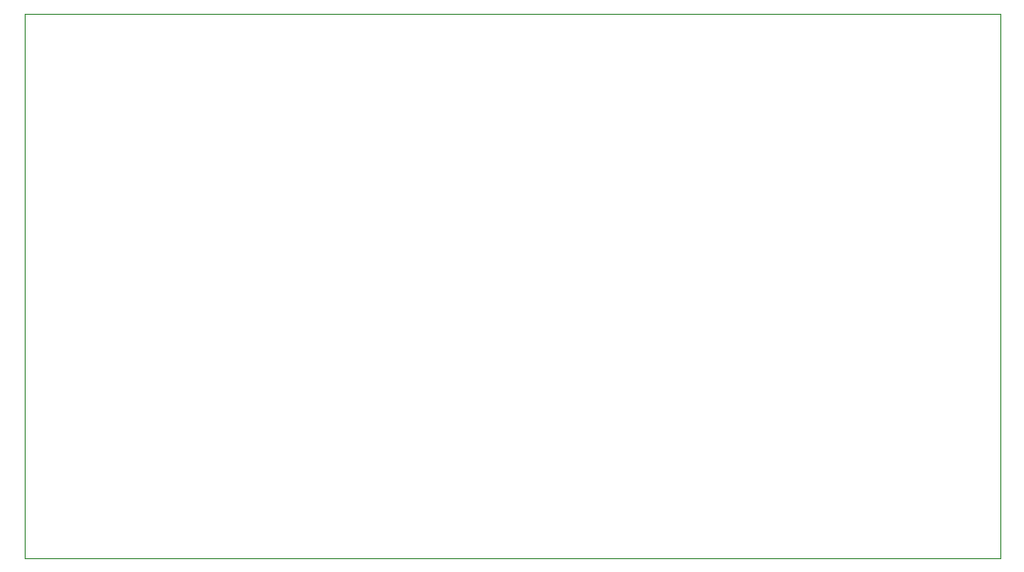
<source format=gbr>
%TF.GenerationSoftware,KiCad,Pcbnew,(5.1.9)-1*%
%TF.CreationDate,2021-03-23T13:14:46+01:00*%
%TF.ProjectId,EnvMonitor,456e764d-6f6e-4697-946f-722e6b696361,rev?*%
%TF.SameCoordinates,Original*%
%TF.FileFunction,Profile,NP*%
%FSLAX46Y46*%
G04 Gerber Fmt 4.6, Leading zero omitted, Abs format (unit mm)*
G04 Created by KiCad (PCBNEW (5.1.9)-1) date 2021-03-23 13:14:46*
%MOMM*%
%LPD*%
G01*
G04 APERTURE LIST*
%TA.AperFunction,Profile*%
%ADD10C,0.050000*%
%TD*%
G04 APERTURE END LIST*
D10*
X367030000Y-609981000D02*
X283337000Y-609981000D01*
X283337000Y-563245000D02*
X283337000Y-609981000D01*
X367030000Y-563245000D02*
X367030000Y-609981000D01*
X366395000Y-563245000D02*
X367030000Y-563245000D01*
X366395000Y-563245000D02*
X283337000Y-563245000D01*
M02*

</source>
